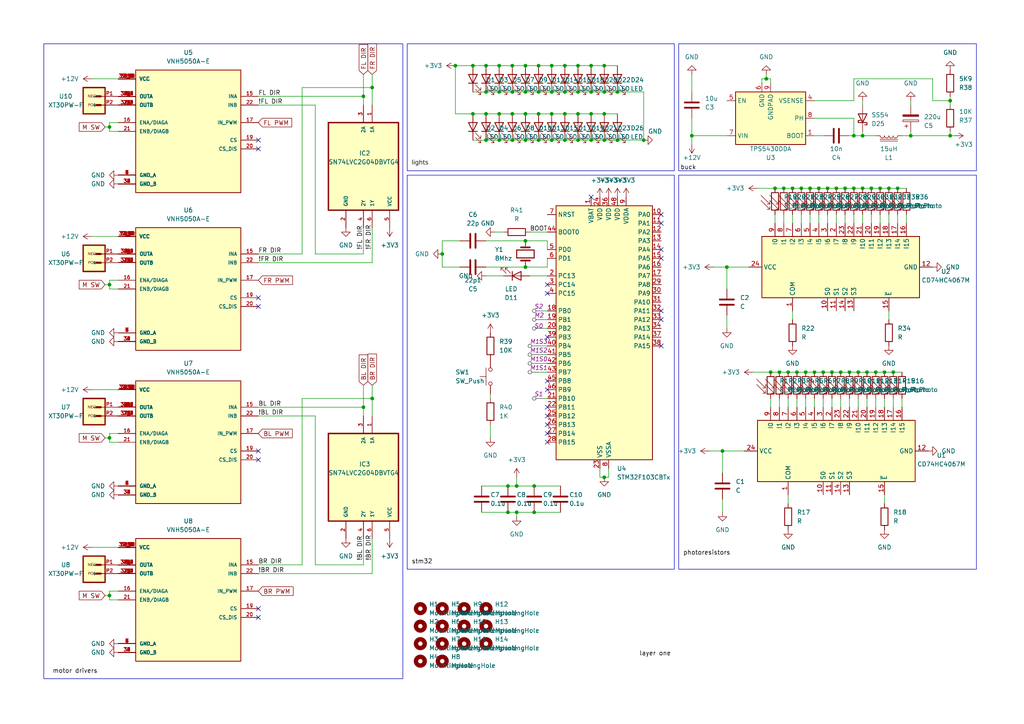
<source format=kicad_sch>
(kicad_sch (version 20230121) (generator eeschema)
  (paper "A4")
  (junction (at 260.35 54.61))
  (junction (at 252.73 54.61))
  (junction (at 227.33 54.61))
  (junction (at 226.06 107.95))
  (junction (at 148.59 33.02))
  (junction (at 179.07 26.67))
  (junction (at 156.21 19.05))
  (junction (at 156.21 33.02))
  (junction (at 152.4 26.67))
  (junction (at 160.02 33.02))
  (junction (at 163.83 40.64))
  (junction (at 105.41 118.11))
  (junction (at 175.26 40.64))
  (junction (at 154.94 148.59))
  (junction (at 246.38 107.95))
  (junction (at 152.4 40.64))
  (junction (at 160.02 40.64))
  (junction (at 137.16 33.02))
  (junction (at 171.45 40.64))
  (junction (at 31.75 82.55))
  (junction (at 167.64 19.05))
  (junction (at 251.46 107.95))
  (junction (at 144.78 26.67))
  (junction (at 200.66 39.37))
  (junction (at 140.97 26.67))
  (junction (at 149.86 140.97))
  (junction (at 156.21 26.67))
  (junction (at 167.64 40.64))
  (junction (at 242.57 54.61))
  (junction (at 144.78 19.05))
  (junction (at 175.26 138.43))
  (junction (at 152.4 19.05))
  (junction (at 248.92 107.95))
  (junction (at 160.02 19.05))
  (junction (at 240.03 54.61))
  (junction (at 254 107.95))
  (junction (at 148.59 26.67))
  (junction (at 231.14 107.95))
  (junction (at 31.75 172.72))
  (junction (at 163.83 26.67))
  (junction (at 163.83 33.02))
  (junction (at 167.64 33.02))
  (junction (at 179.07 40.64))
  (junction (at 247.65 39.37))
  (junction (at 167.64 26.67))
  (junction (at 228.6 107.95))
  (junction (at 132.08 19.05))
  (junction (at 140.97 40.64))
  (junction (at 241.3 107.95))
  (junction (at 256.54 107.95))
  (junction (at 236.22 107.95))
  (junction (at 147.32 148.59))
  (junction (at 186.69 40.64))
  (junction (at 171.45 33.02))
  (junction (at 152.4 33.02))
  (junction (at 149.86 148.59))
  (junction (at 247.65 54.61))
  (junction (at 144.78 33.02))
  (junction (at 264.16 39.37))
  (junction (at 245.11 54.61))
  (junction (at 171.45 19.05))
  (junction (at 175.26 19.05))
  (junction (at 275.59 29.21))
  (junction (at 175.26 26.67))
  (junction (at 128.27 73.66))
  (junction (at 31.75 127))
  (junction (at 275.59 39.37))
  (junction (at 175.26 33.02))
  (junction (at 210.82 77.47))
  (junction (at 171.45 26.67))
  (junction (at 140.97 19.05))
  (junction (at 232.41 54.61))
  (junction (at 233.68 107.95))
  (junction (at 255.27 54.61))
  (junction (at 257.81 54.61))
  (junction (at 156.21 40.64))
  (junction (at 163.83 19.05))
  (junction (at 140.97 33.02))
  (junction (at 105.41 27.94))
  (junction (at 31.75 36.83))
  (junction (at 222.25 22.86))
  (junction (at 107.95 25.4))
  (junction (at 259.08 107.95))
  (junction (at 154.94 140.97))
  (junction (at 250.19 39.37))
  (junction (at 223.52 107.95))
  (junction (at 160.02 26.67))
  (junction (at 144.78 40.64))
  (junction (at 250.19 54.61))
  (junction (at 238.76 107.95))
  (junction (at 148.59 19.05))
  (junction (at 229.87 54.61))
  (junction (at 107.95 115.57))
  (junction (at 152.4 77.47))
  (junction (at 243.84 107.95))
  (junction (at 148.59 40.64))
  (junction (at 224.79 54.61))
  (junction (at 147.32 140.97))
  (junction (at 234.95 54.61))
  (junction (at 237.49 54.61))
  (junction (at 137.16 19.05))
  (junction (at 152.4 69.85))
  (junction (at 209.55 130.81))
  (no_connect (at 158.75 97.79))
  (no_connect (at 171.45 57.15))
  (no_connect (at 158.75 123.19))
  (no_connect (at 74.93 179.07))
  (no_connect (at 158.75 113.03))
  (no_connect (at 158.75 110.49))
  (no_connect (at 158.75 128.27))
  (no_connect (at 191.77 90.17))
  (no_connect (at 191.77 92.71))
  (no_connect (at 158.75 85.09))
  (no_connect (at 158.75 82.55))
  (no_connect (at 74.93 86.36))
  (no_connect (at 74.93 130.81))
  (no_connect (at 74.93 176.53))
  (no_connect (at 191.77 64.77))
  (no_connect (at 191.77 74.93))
  (no_connect (at 74.93 43.18))
  (no_connect (at 158.75 118.11))
  (no_connect (at 158.75 125.73))
  (no_connect (at 74.93 40.64))
  (no_connect (at 74.93 133.35))
  (no_connect (at 191.77 72.39))
  (no_connect (at 191.77 100.33))
  (no_connect (at 191.77 62.23))
  (no_connect (at 74.93 88.9))
  (no_connect (at 158.75 120.65))
  (wire (pts (xy 171.45 33.02) (xy 175.26 33.02)))
  (wire (pts (xy 156.21 100.33) (xy 158.75 100.33)))
  (wire (pts (xy 144.78 26.67) (xy 148.59 26.67)))
  (wire (pts (xy 144.78 33.02) (xy 148.59 33.02)))
  (wire (pts (xy 143.51 67.31) (xy 146.05 67.31)))
  (wire (pts (xy 140.97 40.64) (xy 144.78 40.64)))
  (wire (pts (xy 31.75 38.1) (xy 31.75 36.83)))
  (wire (pts (xy 270.51 29.21) (xy 275.59 29.21)))
  (wire (pts (xy 152.4 77.47) (xy 158.75 77.47)))
  (wire (pts (xy 137.16 40.64) (xy 140.97 40.64)))
  (wire (pts (xy 207.01 77.47) (xy 210.82 77.47)))
  (wire (pts (xy 275.59 29.21) (xy 275.59 27.94)))
  (wire (pts (xy 232.41 54.61) (xy 234.95 54.61)))
  (wire (pts (xy 26.67 158.75) (xy 34.29 158.75)))
  (wire (pts (xy 223.52 24.13) (xy 223.52 22.86)))
  (wire (pts (xy 256.54 115.57) (xy 256.54 118.11)))
  (wire (pts (xy 148.59 26.67) (xy 152.4 26.67)))
  (wire (pts (xy 105.41 111.76) (xy 105.41 118.11)))
  (wire (pts (xy 163.83 26.67) (xy 167.64 26.67)))
  (wire (pts (xy 31.75 83.82) (xy 31.75 82.55)))
  (wire (pts (xy 149.86 140.97) (xy 154.94 140.97)))
  (wire (pts (xy 154.94 148.59) (xy 162.56 148.59)))
  (wire (pts (xy 34.29 173.99) (xy 31.75 173.99)))
  (wire (pts (xy 247.65 29.21) (xy 247.65 22.86)))
  (wire (pts (xy 248.92 115.57) (xy 248.92 118.11)))
  (wire (pts (xy 233.68 107.95) (xy 236.22 107.95)))
  (wire (pts (xy 251.46 107.95) (xy 254 107.95)))
  (wire (pts (xy 257.81 62.23) (xy 257.81 64.77)))
  (wire (pts (xy 236.22 29.21) (xy 247.65 29.21)))
  (wire (pts (xy 87.63 73.66) (xy 74.93 73.66)))
  (wire (pts (xy 31.75 81.28) (xy 31.75 82.55)))
  (wire (pts (xy 200.66 39.37) (xy 200.66 34.29)))
  (wire (pts (xy 245.11 62.23) (xy 245.11 64.77)))
  (wire (pts (xy 137.16 33.02) (xy 140.97 33.02)))
  (wire (pts (xy 105.41 21.59) (xy 105.41 27.94)))
  (wire (pts (xy 152.4 33.02) (xy 156.21 33.02)))
  (wire (pts (xy 163.83 40.64) (xy 167.64 40.64)))
  (wire (pts (xy 158.75 69.85) (xy 152.4 69.85)))
  (wire (pts (xy 220.98 22.86) (xy 222.25 22.86)))
  (wire (pts (xy 152.4 19.05) (xy 156.21 19.05)))
  (wire (pts (xy 160.02 40.64) (xy 163.83 40.64)))
  (wire (pts (xy 256.54 143.51) (xy 256.54 146.05)))
  (wire (pts (xy 142.24 114.3) (xy 142.24 115.57)))
  (wire (pts (xy 247.65 62.23) (xy 247.65 64.77)))
  (wire (pts (xy 200.66 21.59) (xy 200.66 26.67)))
  (wire (pts (xy 132.08 33.02) (xy 137.16 33.02)))
  (wire (pts (xy 245.11 54.61) (xy 247.65 54.61)))
  (wire (pts (xy 234.95 54.61) (xy 237.49 54.61)))
  (wire (pts (xy 240.03 62.23) (xy 240.03 64.77)))
  (wire (pts (xy 107.95 21.59) (xy 107.95 25.4)))
  (wire (pts (xy 107.95 115.57) (xy 107.95 120.65)))
  (wire (pts (xy 275.59 30.48) (xy 275.59 29.21)))
  (wire (pts (xy 142.24 123.19) (xy 142.24 127)))
  (wire (pts (xy 210.82 91.44) (xy 210.82 95.25)))
  (wire (pts (xy 171.45 40.64) (xy 175.26 40.64)))
  (wire (pts (xy 250.19 54.61) (xy 252.73 54.61)))
  (wire (pts (xy 132.08 19.05) (xy 132.08 33.02)))
  (wire (pts (xy 254 115.57) (xy 254 118.11)))
  (wire (pts (xy 255.27 62.23) (xy 255.27 64.77)))
  (wire (pts (xy 255.27 54.61) (xy 257.81 54.61)))
  (wire (pts (xy 160.02 19.05) (xy 163.83 19.05)))
  (wire (pts (xy 167.64 26.67) (xy 171.45 26.67)))
  (wire (pts (xy 133.35 69.85) (xy 128.27 69.85)))
  (wire (pts (xy 242.57 54.61) (xy 245.11 54.61)))
  (wire (pts (xy 224.79 62.23) (xy 224.79 64.77)))
  (wire (pts (xy 171.45 19.05) (xy 175.26 19.05)))
  (wire (pts (xy 248.92 107.95) (xy 251.46 107.95)))
  (wire (pts (xy 236.22 107.95) (xy 238.76 107.95)))
  (wire (pts (xy 226.06 107.95) (xy 228.6 107.95)))
  (wire (pts (xy 148.59 19.05) (xy 152.4 19.05)))
  (wire (pts (xy 209.55 130.81) (xy 209.55 137.16)))
  (wire (pts (xy 179.07 26.67) (xy 186.69 26.67)))
  (wire (pts (xy 171.45 26.67) (xy 175.26 26.67)))
  (wire (pts (xy 175.26 19.05) (xy 179.07 19.05)))
  (wire (pts (xy 238.76 107.95) (xy 241.3 107.95)))
  (wire (pts (xy 261.62 39.37) (xy 264.16 39.37)))
  (wire (pts (xy 232.41 62.23) (xy 232.41 64.77)))
  (wire (pts (xy 229.87 62.23) (xy 229.87 64.77)))
  (wire (pts (xy 34.29 83.82) (xy 31.75 83.82)))
  (wire (pts (xy 228.6 115.57) (xy 228.6 118.11)))
  (wire (pts (xy 209.55 130.81) (xy 215.9 130.81)))
  (wire (pts (xy 105.41 27.94) (xy 105.41 30.48)))
  (wire (pts (xy 200.66 39.37) (xy 200.66 41.91)))
  (wire (pts (xy 148.59 40.64) (xy 152.4 40.64)))
  (wire (pts (xy 140.97 33.02) (xy 144.78 33.02)))
  (wire (pts (xy 167.64 40.64) (xy 171.45 40.64)))
  (wire (pts (xy 34.29 38.1) (xy 31.75 38.1)))
  (wire (pts (xy 200.66 39.37) (xy 210.82 39.37)))
  (wire (pts (xy 87.63 163.83) (xy 74.93 163.83)))
  (wire (pts (xy 128.27 77.47) (xy 133.35 77.47)))
  (wire (pts (xy 250.19 39.37) (xy 250.19 38.1)))
  (wire (pts (xy 241.3 115.57) (xy 241.3 118.11)))
  (wire (pts (xy 139.7 148.59) (xy 147.32 148.59)))
  (wire (pts (xy 87.63 115.57) (xy 87.63 163.83)))
  (wire (pts (xy 156.21 26.67) (xy 160.02 26.67)))
  (wire (pts (xy 160.02 26.67) (xy 163.83 26.67)))
  (wire (pts (xy 238.76 115.57) (xy 238.76 118.11)))
  (wire (pts (xy 31.75 171.45) (xy 31.75 172.72)))
  (wire (pts (xy 270.51 22.86) (xy 270.51 29.21)))
  (wire (pts (xy 167.64 33.02) (xy 171.45 33.02)))
  (wire (pts (xy 107.95 25.4) (xy 107.95 30.48)))
  (wire (pts (xy 210.82 77.47) (xy 210.82 83.82)))
  (wire (pts (xy 247.65 22.86) (xy 270.51 22.86)))
  (wire (pts (xy 31.75 172.72) (xy 30.48 172.72)))
  (wire (pts (xy 74.93 30.48) (xy 91.44 30.48)))
  (wire (pts (xy 264.16 30.48) (xy 264.16 29.21)))
  (wire (pts (xy 209.55 144.78) (xy 209.55 148.59)))
  (wire (pts (xy 31.75 35.56) (xy 31.75 36.83)))
  (wire (pts (xy 219.71 54.61) (xy 224.79 54.61)))
  (wire (pts (xy 163.83 33.02) (xy 167.64 33.02)))
  (wire (pts (xy 275.59 38.1) (xy 275.59 39.37)))
  (wire (pts (xy 128.27 69.85) (xy 128.27 73.66)))
  (wire (pts (xy 205.74 130.81) (xy 209.55 130.81)))
  (wire (pts (xy 229.87 54.61) (xy 232.41 54.61)))
  (wire (pts (xy 34.29 35.56) (xy 31.75 35.56)))
  (wire (pts (xy 31.75 125.73) (xy 31.75 127)))
  (wire (pts (xy 105.41 118.11) (xy 105.41 120.65)))
  (wire (pts (xy 87.63 25.4) (xy 87.63 73.66)))
  (wire (pts (xy 252.73 54.61) (xy 255.27 54.61)))
  (wire (pts (xy 158.75 77.47) (xy 158.75 74.93)))
  (wire (pts (xy 179.07 40.64) (xy 186.69 40.64)))
  (wire (pts (xy 31.75 128.27) (xy 31.75 127)))
  (wire (pts (xy 236.22 34.29) (xy 247.65 34.29)))
  (wire (pts (xy 147.32 140.97) (xy 139.7 140.97)))
  (wire (pts (xy 254 107.95) (xy 256.54 107.95)))
  (wire (pts (xy 137.16 19.05) (xy 140.97 19.05)))
  (wire (pts (xy 156.21 105.41) (xy 158.75 105.41)))
  (wire (pts (xy 223.52 115.57) (xy 223.52 118.11)))
  (wire (pts (xy 250.19 39.37) (xy 254 39.37)))
  (wire (pts (xy 229.87 90.17) (xy 229.87 92.71)))
  (wire (pts (xy 175.26 26.67) (xy 179.07 26.67)))
  (wire (pts (xy 259.08 115.57) (xy 259.08 118.11)))
  (wire (pts (xy 128.27 73.66) (xy 128.27 77.47)))
  (wire (pts (xy 91.44 120.65) (xy 91.44 163.83)))
  (wire (pts (xy 158.75 72.39) (xy 158.75 69.85)))
  (wire (pts (xy 236.22 115.57) (xy 236.22 118.11)))
  (wire (pts (xy 175.26 33.02) (xy 179.07 33.02)))
  (wire (pts (xy 246.38 39.37) (xy 247.65 39.37)))
  (wire (pts (xy 222.25 21.59) (xy 222.25 22.86)))
  (wire (pts (xy 264.16 39.37) (xy 264.16 38.1)))
  (wire (pts (xy 246.38 115.57) (xy 246.38 118.11)))
  (wire (pts (xy 34.29 125.73) (xy 31.75 125.73)))
  (wire (pts (xy 237.49 54.61) (xy 240.03 54.61)))
  (wire (pts (xy 91.44 30.48) (xy 91.44 73.66)))
  (wire (pts (xy 243.84 115.57) (xy 243.84 118.11)))
  (wire (pts (xy 218.44 107.95) (xy 223.52 107.95)))
  (wire (pts (xy 31.75 173.99) (xy 31.75 172.72)))
  (wire (pts (xy 237.49 62.23) (xy 237.49 64.77)))
  (wire (pts (xy 233.68 115.57) (xy 233.68 118.11)))
  (wire (pts (xy 257.81 90.17) (xy 257.81 92.71)))
  (wire (pts (xy 140.97 77.47) (xy 152.4 77.47)))
  (wire (pts (xy 107.95 115.57) (xy 87.63 115.57)))
  (wire (pts (xy 34.29 81.28) (xy 31.75 81.28)))
  (wire (pts (xy 152.4 40.64) (xy 156.21 40.64)))
  (wire (pts (xy 26.67 113.03) (xy 34.29 113.03)))
  (wire (pts (xy 247.65 54.61) (xy 250.19 54.61)))
  (wire (pts (xy 259.08 107.95) (xy 261.62 107.95)))
  (wire (pts (xy 31.75 82.55) (xy 30.48 82.55)))
  (wire (pts (xy 144.78 40.64) (xy 148.59 40.64)))
  (wire (pts (xy 186.69 26.67) (xy 186.69 40.64)))
  (wire (pts (xy 260.35 54.61) (xy 262.89 54.61)))
  (wire (pts (xy 105.41 163.83) (xy 105.41 156.21)))
  (wire (pts (xy 157.48 95.25) (xy 158.75 95.25)))
  (wire (pts (xy 30.48 36.83) (xy 31.75 36.83)))
  (wire (pts (xy 247.65 39.37) (xy 250.19 39.37)))
  (wire (pts (xy 149.86 148.59) (xy 154.94 148.59)))
  (wire (pts (xy 160.02 33.02) (xy 163.83 33.02)))
  (wire (pts (xy 107.95 66.04) (xy 107.95 76.2)))
  (wire (pts (xy 223.52 107.95) (xy 226.06 107.95)))
  (wire (pts (xy 156.21 33.02) (xy 160.02 33.02)))
  (wire (pts (xy 74.93 27.94) (xy 105.41 27.94)))
  (wire (pts (xy 91.44 73.66) (xy 105.41 73.66)))
  (wire (pts (xy 30.48 127) (xy 31.75 127)))
  (wire (pts (xy 149.86 140.97) (xy 147.32 140.97)))
  (wire (pts (xy 153.67 80.01) (xy 158.75 80.01)))
  (wire (pts (xy 256.54 107.95) (xy 259.08 107.95)))
  (wire (pts (xy 251.46 115.57) (xy 251.46 118.11)))
  (wire (pts (xy 241.3 107.95) (xy 243.84 107.95)))
  (wire (pts (xy 107.95 166.37) (xy 74.93 166.37)))
  (wire (pts (xy 153.67 67.31) (xy 158.75 67.31)))
  (wire (pts (xy 176.53 138.43) (xy 175.26 138.43)))
  (wire (pts (xy 242.57 62.23) (xy 242.57 64.77)))
  (wire (pts (xy 157.48 115.57) (xy 158.75 115.57)))
  (wire (pts (xy 148.59 33.02) (xy 152.4 33.02)))
  (wire (pts (xy 264.16 39.37) (xy 275.59 39.37)))
  (wire (pts (xy 236.22 39.37) (xy 238.76 39.37)))
  (wire (pts (xy 226.06 115.57) (xy 226.06 118.11)))
  (wire (pts (xy 137.16 26.67) (xy 140.97 26.67)))
  (wire (pts (xy 107.95 111.76) (xy 107.95 115.57)))
  (wire (pts (xy 175.26 40.64) (xy 179.07 40.64)))
  (wire (pts (xy 152.4 26.67) (xy 156.21 26.67)))
  (wire (pts (xy 107.95 76.2) (xy 74.93 76.2)))
  (wire (pts (xy 231.14 115.57) (xy 231.14 118.11)))
  (wire (pts (xy 144.78 19.05) (xy 148.59 19.05)))
  (wire (pts (xy 34.29 128.27) (xy 31.75 128.27)))
  (wire (pts (xy 74.93 118.11) (xy 105.41 118.11)))
  (wire (pts (xy 243.84 107.95) (xy 246.38 107.95)))
  (wire (pts (xy 173.99 138.43) (xy 175.26 138.43)))
  (wire (pts (xy 227.33 54.61) (xy 229.87 54.61)))
  (wire (pts (xy 275.59 39.37) (xy 276.86 39.37)))
  (wire (pts (xy 210.82 77.47) (xy 217.17 77.47)))
  (wire (pts (xy 257.81 54.61) (xy 260.35 54.61)))
  (wire (pts (xy 246.38 107.95) (xy 248.92 107.95)))
  (wire (pts (xy 261.62 115.57) (xy 261.62 118.11)))
  (wire (pts (xy 167.64 19.05) (xy 171.45 19.05)))
  (wire (pts (xy 176.53 135.89) (xy 176.53 138.43)))
  (wire (pts (xy 228.6 143.51) (xy 228.6 146.05)))
  (wire (pts (xy 26.67 68.58) (xy 34.29 68.58)))
  (wire (pts (xy 163.83 19.05) (xy 167.64 19.05)))
  (wire (pts (xy 231.14 107.95) (xy 233.68 107.95)))
  (wire (pts (xy 157.48 92.71) (xy 158.75 92.71)))
  (wire (pts (xy 157.48 90.17) (xy 158.75 90.17)))
  (wire (pts (xy 262.89 62.23) (xy 262.89 64.77)))
  (wire (pts (xy 74.93 120.65) (xy 91.44 120.65)))
  (wire (pts (xy 220.98 24.13) (xy 220.98 22.86)))
  (wire (pts (xy 260.35 62.23) (xy 260.35 64.77)))
  (wire (pts (xy 140.97 19.05) (xy 144.78 19.05)))
  (wire (pts (xy 91.44 163.83) (xy 105.41 163.83)))
  (wire (pts (xy 228.6 107.95) (xy 231.14 107.95)))
  (wire (pts (xy 173.99 135.89) (xy 173.99 138.43)))
  (wire (pts (xy 107.95 25.4) (xy 87.63 25.4)))
  (wire (pts (xy 156.21 102.87) (xy 158.75 102.87)))
  (wire (pts (xy 227.33 62.23) (xy 227.33 64.77)))
  (wire (pts (xy 152.4 69.85) (xy 140.97 69.85)))
  (wire (pts (xy 252.73 62.23) (xy 252.73 64.77)))
  (wire (pts (xy 156.21 40.64) (xy 160.02 40.64)))
  (wire (pts (xy 247.65 34.29) (xy 247.65 39.37)))
  (wire (pts (xy 107.95 156.21) (xy 107.95 166.37)))
  (wire (pts (xy 34.29 171.45) (xy 31.75 171.45)))
  (wire (pts (xy 154.94 140.97) (xy 162.56 140.97)))
  (wire (pts (xy 105.41 73.66) (xy 105.41 66.04)))
  (wire (pts (xy 224.79 54.61) (xy 227.33 54.61)))
  (wire (pts (xy 234.95 62.23) (xy 234.95 64.77)))
  (wire (pts (xy 140.97 26.67) (xy 144.78 26.67)))
  (wire (pts (xy 149.86 148.59) (xy 149.86 149.86)))
  (wire (pts (xy 156.21 107.95) (xy 158.75 107.95)))
  (wire (pts (xy 240.03 54.61) (xy 242.57 54.61)))
  (wire (pts (xy 149.86 138.43) (xy 149.86 140.97)))
  (wire (pts (xy 156.21 19.05) (xy 160.02 19.05)))
  (wire (pts (xy 250.19 30.48) (xy 250.19 29.21)))
  (wire (pts (xy 140.97 80.01) (xy 146.05 80.01)))
  (wire (pts (xy 250.19 62.23) (xy 250.19 64.77)))
  (wire (pts (xy 223.52 22.86) (xy 222.25 22.86)))
  (wire (pts (xy 132.08 19.05) (xy 137.16 19.05)))
  (wire (pts (xy 26.67 22.86) (xy 34.29 22.86)))
  (wire (pts (xy 147.32 148.59) (xy 149.86 148.59)))
  (rectangle (start 12.7 12.7) (end 116.84 196.85))
  (rectangle (start 118.11 12.7) (end 195.58 49.53))
  (rectangle (start 196.85 12.7) (end 283.21 49.53))
  (rectangle (start 196.85 50.8) (end 283.21 165.1))
  (rectangle (start 118.11 50.8) (end 195.58 165.1))
  (label "!BR DIR" (at 74.93 166.37 0))
  (label "!BL DIR" (at 105.41 162.56 90))
  (label "!FR DIR" (at 74.93 76.2 0))
  (label "BR DIR" (at 74.93 163.83 0))
  (label "BL DIR" (at 74.93 118.11 0))
  (label "lights" (at 119.38 48.26 0))
  (label "!FL DIR" (at 74.93 30.48 0))
  (label "!BL DIR" (at 74.93 120.65 0))
  (label "buck" (at 201.93 49.53 180))
  (label "photoresistors" (at 198.12 161.29 0))
  (label "layer one" (at 185.42 190.5 0))
  (label "!FL DIR" (at 105.41 72.39 90))
  (label "FR DIR" (at 74.93 73.66 0))
  (label "!FR DIR" (at 107.95 72.39 90))
  (label "!BR DIR" (at 107.95 162.56 90))
  (label "stm32" (at 119.38 163.83 0))
  (label "motor drivers" (at 15.24 195.58 0))
  (label "BOOT" (at 153.67 67.31 0))
  (label "FL DIR" (at 74.93 27.94 0))
  (global_label "FR PWM" (shape input) (at 74.93 81.28 0) (property "Intersheetrefs" "${INTERSHEET_REFS}" (effects hide)))
  (global_label "M SW" (shape input) (at 30.48 36.83 180) (property "Intersheetrefs" "${INTERSHEET_REFS}" (effects hide)))
  (global_label "BL PWM" (shape input) (at 74.93 125.73 0) (property "Intersheetrefs" "${INTERSHEET_REFS}" (effects hide)))
  (global_label "BR DIR" (shape input) (at 107.95 111.76 90) (property "Intersheetrefs" "${INTERSHEET_REFS}" (effects hide)))
  (global_label "FL DIR" (shape input) (at 105.41 21.59 90) (property "Intersheetrefs" "${INTERSHEET_REFS}" (effects hide)))
  (global_label "BL DIR" (shape input) (at 105.41 111.76 90) (property "Intersheetrefs" "${INTERSHEET_REFS}" (effects hide)))
  (global_label "FR DIR" (shape input) (at 107.95 21.59 90) (property "Intersheetrefs" "${INTERSHEET_REFS}" (effects hide)))
  (global_label "BR PWM" (shape input) (at 74.93 171.45 0) (property "Intersheetrefs" "${INTERSHEET_REFS}" (effects hide)))
  (global_label "FL PWM" (shape input) (at 74.93 35.56 0) (property "Intersheetrefs" "${INTERSHEET_REFS}" (effects hide)))
  (global_label "M SW" (shape input) (at 30.48 127 180) (property "Intersheetrefs" "${INTERSHEET_REFS}" (effects hide)))
  (global_label "M SW" (shape input) (at 30.48 172.72 180) (property "Intersheetrefs" "${INTERSHEET_REFS}" (effects hide)))
  (global_label "M SW" (shape input) (at 30.48 82.55 180) (property "Intersheetrefs" "${INTERSHEET_REFS}" (effects hide)))
  (netclass_flag "" (length 2.54) (shape round) (at 157.48 92.71 90) (property "Netclass" "M2" (at 154.94 91.44 0) (effects (font italic) (justify left))))
  (netclass_flag "" (length 2.54) (shape round) (at 157.48 115.57 90) (property "Netclass" "S1" (at 154.94 114.3 0) (effects (font italic) (justify left))))
  (netclass_flag "" (length 2.54) (shape round) (at 156.21 107.95 90) (property "Netclass" "M1" (at 153.67 106.68 0) (effects (font italic) (justify left))) (property "Netclass" "S1" (at 156.21 106.68 0) (effects (font italic) (justify left))))
  (netclass_flag "" (length 2.54) (shape round) (at 157.48 95.25 90) (property "Netclass" "S0" (at 154.94 94.5515 0) (effects (font italic) (justify left))))
  (netclass_flag "" (length 2.54) (shape round) (at 156.21 100.33 90) (property "Netclass" "M1" (at 153.67 99.06 0) (effects (font italic) (justify left))) (property "Netclass" "S3" (at 156.21 99.06 0) (effects (font italic) (justify left))))
  (netclass_flag "" (length 2.54) (shape round) (at 157.48 90.17 90) (property "Netclass" "S2" (at 154.94 88.9 0) (effects (font italic) (justify left))))
  (netclass_flag "" (length 2.54) (shape round) (at 156.21 105.41 90) (property "Netclass" "M1" (at 153.67 104.14 0) (effects (font italic) (justify left))) (property "Netclass" "S0" (at 156.21 104.14 0) (effects (font italic) (justify left))))
  (netclass_flag "" (length 2.54) (shape round) (at 156.21 102.87 90) (property "Netclass" "M1" (at 153.67 101.6 0) (effects (font italic) (justify left))) (property "Netclass" "S2" (at 156.21 101.6 0) (effects (font italic) (justify left))))
  (symbol (lib_id "power:+3V3") (at 179.07 57.15 0) (unit 1)
    (property "Reference" "#PWR031" (effects hide))
    (property "Value" "+3V3" (at 179.07 52.301 0))
  )
  (symbol (lib_id "power:GND") (at 256.54 153.67 0) (unit 1)
    (property "Reference" "#PWR08" (effects hide))
    (property "Value" "GND" (at 256.54 158.75 0))
  )
  (symbol (lib_id "Device:R_Photo") (at 232.41 58.42 0) (unit 1)
    (property "Reference" "R23" (at 234.95 57.15 0) (effects (justify left)))
    (property "Value" "R_Photo" (at 234.95 59.69 0) (effects (justify left)))
  )
  (symbol (lib_id "power:GND") (at 142.24 127 0) (unit 1)
    (property "Reference" "#PWR024" (effects hide))
    (property "Value" "GND" (at 142.24 132.08 0))
  )
  (symbol (lib_id "Device:R_Photo") (at 259.08 111.76 0) (unit 1)
    (property "Reference" "R15" (at 261.62 110.49 0) (effects (justify left)))
    (property "Value" "R_Photo" (at 261.62 113.03 0) (effects (justify left)))
  )
  (symbol (lib_id "power:+12V") (at 200.66 41.91 0) (mirror x) (unit 1)
    (property "Reference" "#PWR015" (effects hide))
    (property "Value" "+12V" (at 200.66 45.72 0))
  )
  (symbol (lib_id "VNH5050A-E:VNH5050A-E") (at 54.61 128.27 0) (mirror y) (unit 1)
    (property "Reference" "U7" (at 54.61 105.41 0))
    (property "Value" "VNH5050A-E" (at 54.61 107.95 0))
    (property "Footprint" "SOP50P1030X247-39N" (effects hide))
    (property "E2_MAX" "0.0" (effects hide))
    (property "E1_MIN" "7.4" (effects hide))
    (property "B_NOM" "0.27" (effects hide))
    (property "D_MAX" "10.5" (effects hide))
    (property "E1_NOM" "7.5" (effects hide))
    (property "B_MAX" "0.36" (effects hide))
    (property "D2_MAX" "0.0" (effects hide))
    (property "ENOM" "0.5" (effects hide))
    (property "D_NOM" "10.3" (effects hide))
    (property "L_MAX" "1.0" (effects hide))
    (property "A_MAX" "2.47" (effects hide))
    (property "A_NOM" "2.47" (effects hide))
    (property "A_MIN" "2.47" (effects hide))
    (property "STANDARD" "IPC 7351B" (effects hide))
    (property "PARTREV" "1.0" (effects hide))
    (property "E_NOM" "10.3" (effects hide))
    (property "B_MIN" "0.18" (effects hide))
    (property "PIN_COUNT" "36.0" (effects hide))
    (property "L_NOM" "0.8" (effects hide))
    (property "MANUFACTURER" "ST Microelectronics" (effects hide))
    (property "A1_MIN" "0.0" (effects hide))
    (property "E1_MAX" "7.6" (effects hide))
    (property "E_MIN" "10.1" (effects hide))
    (property "D_MIN" "10.1" (effects hide))
    (property "L_MIN" "0.6" (effects hide))
    (property "E_MAX" "10.5" (effects hide))
  )
  (symbol (lib_id "Device:LED") (at 163.83 36.83 90) (unit 1)
    (property "Reference" "D17" (at 167.64 37.1475 90) (effects (justify right)))
    (property "Value" "LED" (at 167.64 39.6875 90) (effects (justify right)))
  )
  (symbol (lib_id "Mechanical:MountingHole") (at 121.92 191.77 0) (unit 1)
    (property "Reference" "H4" (at 124.46 190.5 0) (effects (justify left)))
    (property "Value" "MountingHole" (at 124.46 193.04 0) (effects (justify left)))
  )
  (symbol (lib_id "VNH5050A-E:VNH5050A-E") (at 54.61 173.99 0) (mirror y) (unit 1)
    (property "Reference" "U8" (at 54.61 151.13 0))
    (property "Value" "VNH5050A-E" (at 54.61 153.67 0))
    (property "Footprint" "SOP50P1030X247-39N" (effects hide))
    (property "E2_MAX" "0.0" (effects hide))
    (property "E1_MIN" "7.4" (effects hide))
    (property "B_NOM" "0.27" (effects hide))
    (property "D_MAX" "10.5" (effects hide))
    (property "E1_NOM" "7.5" (effects hide))
    (property "B_MAX" "0.36" (effects hide))
    (property "D2_MAX" "0.0" (effects hide))
    (property "ENOM" "0.5" (effects hide))
    (property "D_NOM" "10.3" (effects hide))
    (property "L_MAX" "1.0" (effects hide))
    (property "A_MAX" "2.47" (effects hide))
    (property "A_NOM" "2.47" (effects hide))
    (property "A_MIN" "2.47" (effects hide))
    (property "STANDARD" "IPC 7351B" (effects hide))
    (property "PARTREV" "1.0" (effects hide))
    (property "E_NOM" "10.3" (effects hide))
    (property "B_MIN" "0.18" (effects hide))
    (property "PIN_COUNT" "36.0" (effects hide))
    (property "L_NOM" "0.8" (effects hide))
    (property "MANUFACTURER" "ST Microelectronics" (effects hide))
    (property "A1_MIN" "0.0" (effects hide))
    (property "E1_MAX" "7.6" (effects hide))
    (property "E_MIN" "10.1" (effects hide))
    (property "D_MIN" "10.1" (effects hide))
    (property "L_MIN" "0.6" (effects hide))
    (property "E_MAX" "10.5" (effects hide))
  )
  (symbol (lib_id "power:GND") (at 34.29 186.69 270) (mirror x) (unit 1)
    (property "Reference" "#PWR046" (effects hide))
    (property "Value" "GND" (at 30.48 186.69 90) (effects (justify right)))
  )
  (symbol (lib_id "power:GND") (at 34.29 143.51 270) (mirror x) (unit 1)
    (property "Reference" "#PWR045" (effects hide))
    (property "Value" "GND" (at 30.48 143.51 90) (effects (justify right)))
  )
  (symbol (lib_id "Device:R_Photo") (at 237.49 58.42 0) (unit 1)
    (property "Reference" "R25" (at 240.03 57.15 0) (effects (justify left)))
    (property "Value" "R_Photo" (at 240.03 59.69 0) (effects (justify left)))
  )
  (symbol (lib_id "MCU_ST_STM32F1:STM32F103CBTx") (at 173.99 97.79 0) (unit 1)
    (property "Reference" "U4" (at 178.9229 135.89 0) (effects (justify left)))
    (property "Value" "STM32F103CBTx" (at 178.9229 138.43 0) (effects (justify left)))
    (property "Footprint" "Package_QFP:LQFP-48_7x7mm_P0.5mm" (effects hide))
    (property "Datasheet" "https://www.st.com/resource/en/datasheet/stm32f103cb.pdf" (effects hide))
  )
  (symbol (lib_id "Device:R_Photo") (at 234.95 58.42 0) (unit 1)
    (property "Reference" "R24" (at 237.49 57.15 0) (effects (justify left)))
    (property "Value" "R_Photo" (at 237.49 59.69 0) (effects (justify left)))
  )
  (symbol (lib_id "power:GND") (at 210.82 95.25 0) (unit 1)
    (property "Reference" "#PWR010" (effects hide))
    (property "Value" "GND" (at 210.82 100.33 0))
  )
  (symbol (lib_id "Mechanical:MountingHole") (at 121.92 186.69 0) (unit 1)
    (property "Reference" "H3" (at 124.46 185.42 0) (effects (justify left)))
    (property "Value" "MountingHole" (at 124.46 187.96 0) (effects (justify left)))
  )
  (symbol (lib_id "Device:C_Polarized") (at 264.16 34.29 0) (mirror x) (unit 1)
    (property "Reference" "C5" (at 267.97 36.449 0) (effects (justify left)))
    (property "Value" "220u" (at 267.97 33.909 0) (effects (justify left)))
    (property "Footprint" "footprints:EIA-7343-D" (effects hide))
  )
  (symbol (lib_id "power:GND") (at 128.27 73.66 270) (unit 1)
    (property "Reference" "#PWR02" (effects hide))
    (property "Value" "GND" (at 124.46 73.66 90) (effects (justify right)))
  )
  (symbol (lib_id "Device:R_Photo") (at 233.68 111.76 0) (unit 1)
    (property "Reference" "R5" (at 236.22 110.49 0) (effects (justify left)))
    (property "Value" "R_Photo" (at 236.22 113.03 0) (effects (justify left)))
  )
  (symbol (lib_id "Device:LED") (at 149.86 80.01 0) (mirror x) (unit 1)
    (property "Reference" "D11" (at 148.2725 86.36 0))
    (property "Value" "LED" (at 148.2725 83.82 0))
  )
  (symbol (lib_id "power:GND") (at 175.26 138.43 0) (unit 1)
    (property "Reference" "#PWR029" (effects hide))
    (property "Value" "GND" (at 175.26 143.51 0))
  )
  (symbol (lib_id "Device:C") (at 137.16 77.47 90) (unit 1)
    (property "Reference" "22p1" (at 137.16 81.28 90))
    (property "Value" "C5" (at 137.16 83.82 90))
  )
  (symbol (lib_id "Device:R_Photo") (at 228.6 111.76 0) (unit 1)
    (property "Reference" "R3" (at 231.14 110.49 0) (effects (justify left)))
    (property "Value" "R_Photo" (at 231.14 113.03 0) (effects (justify left)))
  )
  (symbol (lib_id "Device:R_Photo") (at 250.19 58.42 0) (unit 1)
    (property "Reference" "R30" (at 252.73 57.15 0) (effects (justify left)))
    (property "Value" "R_Photo" (at 252.73 59.69 0) (effects (justify left)))
  )
  (symbol (lib_id "XT30PW-F:XT30PW-F") (at 26.67 76.2 0) (unit 1)
    (property "Reference" "U6" (at 19.05 73.66 0))
    (property "Value" "XT30PW-F" (at 19.05 76.2 0))
    (property "Footprint" "XT30PW-F" (effects hide))
  )
  (symbol (lib_id "Device:R_Photo") (at 242.57 58.42 0) (unit 1)
    (property "Reference" "R27" (at 245.11 57.15 0) (effects (justify left)))
    (property "Value" "R_Photo" (at 245.11 59.69 0) (effects (justify left)))
  )
  (symbol (lib_id "74xx:CD74HC4067M") (at 242.57 77.47 90) (unit 1)
    (property "Reference" "U2" (at 274.32 78.74 90))
    (property "Value" "CD74HC4067M" (at 274.32 81.28 90))
    (property "Footprint" "Package_SO:SOIC-24W_7.5x15.4mm_P1.27mm" (effects hide))
    (property "Datasheet" "http://www.ti.com/lit/ds/symlink/cd74hc4067.pdf" (effects hide))
  )
  (symbol (lib_id "power:GND") (at 275.59 20.32 0) (mirror x) (unit 1)
    (property "Reference" "#PWR020" (effects hide))
    (property "Value" "GND" (at 275.59 15.24 0))
  )
  (symbol (lib_id "Device:R_Photo") (at 252.73 58.42 0) (unit 1)
    (property "Reference" "R31" (at 255.27 57.15 0) (effects (justify left)))
    (property "Value" "R_Photo" (at 255.27 59.69 0) (effects (justify left)))
  )
  (symbol (lib_id "power:GND") (at 229.87 100.33 0) (unit 1)
    (property "Reference" "#PWR012" (effects hide))
    (property "Value" "GND" (at 229.87 105.41 0))
  )
  (symbol (lib_id "Device:LED") (at 144.78 36.83 90) (unit 1)
    (property "Reference" "D6" (at 148.59 37.1475 90) (effects (justify right)))
    (property "Value" "LED" (at 148.59 39.6875 90) (effects (justify right)))
  )
  (symbol (lib_id "power:GND") (at 140.97 80.01 270) (unit 1)
    (property "Reference" "#PWR022" (effects hide))
    (property "Value" "GND" (at 137.16 80.01 90) (effects (justify right)))
  )
  (symbol (lib_id "power:GND") (at 222.25 21.59 0) (mirror x) (unit 1)
    (property "Reference" "#PWR017" (effects hide))
    (property "Value" "GND" (at 222.25 16.51 0))
  )
  (symbol (lib_id "Device:R_Photo") (at 251.46 111.76 0) (unit 1)
    (property "Reference" "R12" (at 254 110.49 0) (effects (justify left)))
    (property "Value" "R_Photo" (at 254 113.03 0) (effects (justify left)))
  )
  (symbol (lib_id "power:GND") (at 228.6 153.67 0) (unit 1)
    (property "Reference" "#PWR07" (effects hide))
    (property "Value" "GND" (at 228.6 158.75 0))
  )
  (symbol (lib_id "Device:R") (at 149.86 67.31 90) (unit 1)
    (property "Reference" "R41" (at 149.86 60.96 90))
    (property "Value" "R" (at 149.86 63.5 90))
  )
  (symbol (lib_id "power:GND") (at 186.69 40.64 90) (unit 1)
    (property "Reference" "#PWR033" (effects hide))
    (property "Value" "GND" (at 187.96 38.1 90) (effects (justify right)))
  )
  (symbol (lib_id "Device:R_Photo") (at 246.38 111.76 0) (unit 1)
    (property "Reference" "R10" (at 248.92 110.49 0) (effects (justify left)))
    (property "Value" "R_Photo" (at 248.92 113.03 0) (effects (justify left)))
  )
  (symbol (lib_id "power:+3V3") (at 181.61 57.15 0) (unit 1)
    (property "Reference" "#PWR032" (effects hide))
    (property "Value" "+3V3" (at 181.61 52.301 0))
  )
  (symbol (lib_id "Device:LED") (at 175.26 22.86 90) (unit 1)
    (property "Reference" "D22" (at 179.07 23.1775 90) (effects (justify right)))
    (property "Value" "LED" (at 179.07 25.7175 90) (effects (justify right)))
  )
  (symbol (lib_id "power:+3V3") (at 205.74 130.81 90) (unit 1)
    (property "Reference" "#PWR05" (effects hide))
    (property "Value" "+3V3" (at 201.93 130.81 90) (effects (justify left)))
  )
  (symbol (lib_id "Device:R_Photo") (at 243.84 111.76 0) (unit 1)
    (property "Reference" "R9" (at 246.38 110.49 0) (effects (justify left)))
    (property "Value" "R_Photo" (at 246.38 113.03 0) (effects (justify left)))
  )
  (symbol (lib_id "Device:LED") (at 171.45 22.86 90) (unit 1)
    (property "Reference" "D20" (at 175.26 23.1775 90) (effects (justify right)))
    (property "Value" "LED" (at 175.26 25.7175 90) (effects (justify right)))
  )
  (symbol (lib_id "Device:C") (at 242.57 39.37 90) (mirror x) (unit 1)
    (property "Reference" "C4" (at 242.57 45.72 90))
    (property "Value" "10n" (at 242.57 43.18 90))
    (property "Footprint" "footprints:cap0603" (effects hide))
  )
  (symbol (lib_id "Device:LED") (at 152.4 36.83 90) (unit 1)
    (property "Reference" "D10" (at 156.21 37.1475 90) (effects (justify right)))
    (property "Value" "LED" (at 156.21 39.6875 90) (effects (justify right)))
  )
  (symbol (lib_id "VNH5050A-E:VNH5050A-E") (at 54.61 83.82 0) (mirror y) (unit 1)
    (property "Reference" "U6" (at 54.61 60.96 0))
    (property "Value" "VNH5050A-E" (at 54.61 63.5 0))
    (property "Footprint" "SOP50P1030X247-39N" (effects hide))
    (property "E2_MAX" "0.0" (effects hide))
    (property "E1_MIN" "7.4" (effects hide))
    (property "B_NOM" "0.27" (effects hide))
    (property "D_MAX" "10.5" (effects hide))
    (property "E1_NOM" "7.5" (effects hide))
    (property "B_MAX" "0.36" (effects hide))
    (property "D2_MAX" "0.0" (effects hide))
    (property "ENOM" "0.5" (effects hide))
    (property "D_NOM" "10.3" (effects hide))
    (property "L_MAX" "1.0" (effects hide))
    (property "A_MAX" "2.47" (effects hide))
    (property "A_NOM" "2.47" (effects hide))
    (property "A_MIN" "2.47" (effects hide))
    (property "STANDARD" "IPC 7351B" (effects hide))
    (property "PARTREV" "1.0" (effects hide))
    (property "E_NOM" "10.3" (effects hide))
    (property "B_MIN" "0.18" (effects hide))
    (property "PIN_COUNT" "36.0" (effects hide))
    (property "L_NOM" "0.8" (effects hide))
    (property "MANUFACTURER" "ST Microelectronics" (effects hide))
    (property "A1_MIN" "0.0" (effects hide))
    (property "E1_MAX" "7.6" (effects hide))
    (property "E_MIN" "10.1" (effects hide))
    (property "D_MIN" "10.1" (effects hide))
    (property "L_MIN" "0.6" (effects hide))
    (property "E_MAX" "10.5" (effects hide))
  )
  (symbol (lib_id "Device:LED") (at 156.21 22.86 90) (unit 1)
    (property "Reference" "D12" (at 160.02 23.1775 90) (effects (justify right)))
    (property "Value" "LED" (at 160.02 25.7175 90) (effects (justify right)))
  )
  (symbol (lib_id "power:GND") (at 34.29 99.06 270) (mirror x) (unit 1)
    (property "Reference" "#PWR038" (effects hide))
    (property "Value" "GND" (at 30.48 99.06 90) (effects (justify right)))
  )
  (symbol (lib_id "Device:LED") (at 160.02 36.83 90) (unit 1)
    (property "Reference" "D15" (at 163.83 37.1475 90) (effects (justify right)))
    (property "Value" "LED" (at 163.83 39.6875 90) (effects (justify right)))
  )
  (symbol (lib_id "Device:R") (at 228.6 149.86 0) (unit 1)
    (property "Reference" "R17" (at 231.14 148.59 0) (effects (justify left)))
    (property "Value" "R" (at 231.14 151.13 0) (effects (justify left)))
  )
  (symbol (lib_id "power:GND") (at 200.66 21.59 0) (mirror x) (unit 1)
    (property "Reference" "#PWR016" (effects hide))
    (property "Value" "GND" (at 200.66 16.51 0))
  )
  (symbol (lib_id "Switch:SW_Push") (at 142.24 109.22 90) (unit 1)
    (property "Reference" "SW1" (at 132.08 107.95 90) (effects (justify right)))
    (property "Value" "SW_Push" (at 132.08 110.49 90) (effects (justify right)))
  )
  (symbol (lib_id "Device:LED") (at 140.97 22.86 90) (unit 1)
    (property "Reference" "D3" (at 144.78 23.1775 90) (effects (justify right)))
    (property "Value" "LED" (at 144.78 25.7175 90) (effects (justify right)))
  )
  (symbol (lib_id "power:+12V") (at 26.67 22.86 90) (mirror x) (unit 1)
    (property "Reference" "#PWR042" (effects hide))
    (property "Value" "+12V" (at 22.86 22.86 90) (effects (justify left)))
  )
  (symbol (lib_id "Mechanical:MountingHole") (at 140.97 181.61 0) (unit 1)
    (property "Reference" "H13" (at 143.51 180.34 0) (effects (justify left)))
    (property "Value" "MountingHole" (at 143.51 182.88 0) (effects (justify left)))
  )
  (symbol (lib_id "VNH5050A-E:VNH5050A-E") (at 54.61 38.1 0) (mirror y) (unit 1)
    (property "Reference" "U5" (at 54.61 15.24 0))
    (property "Value" "VNH5050A-E" (at 54.61 17.78 0))
    (property "Footprint" "SOP50P1030X247-39N" (effects hide))
    (property "E2_MAX" "0.0" (effects hide))
    (property "E1_MIN" "7.4" (effects hide))
    (property "B_NOM" "0.27" (effects hide))
    (property "D_MAX" "10.5" (effects hide))
    (property "E1_NOM" "7.5" (effects hide))
    (property "B_MAX" "0.36" (effects hide))
    (property "D2_MAX" "0.0" (effects hide))
    (property "ENOM" "0.5" (effects hide))
    (property "D_NOM" "10.3" (effects hide))
    (property "L_MAX" "1.0" (effects hide))
    (property "A_MAX" "2.47" (effects hide))
    (property "A_NOM" "2.47" (effects hide))
    (property "A_MIN" "2.47" (effects hide))
    (property "STANDARD" "IPC 7351B" (effects hide))
    (property "PARTREV" "1.0" (effects hide))
    (property "E_NOM" "10.3" (effects hide))
    (property "B_MIN" "0.18" (effects hide))
    (property "PIN_COUNT" "36.0" (effects hide))
    (property "L_NOM" "0.8" (effects hide))
    (property "MANUFACTURER" "ST Microelectronics" (effects hide))
    (property "A1_MIN" "0.0" (effects hide))
    (property "E1_MAX" "7.6" (effects hide))
    (property "E_MIN" "10.1" (effects hide))
    (property "D_MIN" "10.1" (effects hide))
    (property "L_MIN" "0.6" (effects hide))
    (property "E_MAX" "10.5" (effects hide))
  )
  (symbol (lib_id "power:GND") (at 34.29 140.97 270) (mirror x) (unit 1)
    (property "Reference" "#PWR044" (effects hide))
    (property "Value" "GND" (at 30.48 140.97 90) (effects (justify right)))
  )
  (symbol (lib_id "Device:R") (at 256.54 149.86 0) (unit 1)
    (property "Reference" "R18" (at 259.08 148.59 0) (effects (justify left)))
    (property "Value" "R" (at 259.08 151.13 0) (effects (justify left)))
  )
  (symbol (lib_id "power:GND") (at 100.33 156.21 0) (unit 1)
    (property "Reference" "#PWR048" (effects hide))
    (property "Value" "GND" (at 100.33 161.29 0))
  )
  (symbol (lib_id "power:GND") (at 209.55 148.59 0) (unit 1)
    (property "Reference" "#PWR06" (effects hide))
    (property "Value" "GND" (at 209.55 153.67 0))
  )
  (symbol (lib_id "Mechanical:MountingHole") (at 140.97 176.53 0) (unit 1)
    (property "Reference" "H12" (at 143.51 175.26 0) (effects (justify left)))
    (property "Value" "MountingHole" (at 143.51 177.8 0) (effects (justify left)))
  )
  (symbol (lib_id "XT30PW-F:XT30PW-F") (at 26.67 166.37 0) (unit 1)
    (property "Reference" "U8" (at 19.05 163.83 0))
    (property "Value" "XT30PW-F" (at 19.05 166.37 0))
    (property "Footprint" "XT30PW-F" (effects hide))
  )
  (symbol (lib_id "power:+3V3") (at 176.53 57.15 0) (unit 1)
    (property "Reference" "#PWR030" (effects hide))
    (property "Value" "+3V3" (at 176.53 52.301 0))
  )
  (symbol (lib_id "Device:LED") (at 171.45 36.83 90) (unit 1)
    (property "Reference" "D21" (at 175.26 37.1475 90) (effects (justify right)))
    (property "Value" "LED" (at 175.26 39.6875 90) (effects (justify right)))
  )
  (symbol (lib_id "power:+3V3") (at 218.44 107.95 90) (unit 1)
    (property "Reference" "#PWR03" (effects hide))
    (property "Value" "+3V3" (at 214.63 107.95 90) (effects (justify left)))
  )
  (symbol (lib_id "Device:C") (at 147.32 144.78 0) (unit 1)
    (property "Reference" "C8" (at 149.86 143.51 0) (effects (justify left)))
    (property "Value" "0.1u" (at 149.86 146.05 0) (effects (justify left)))
  )
  (symbol (lib_id "Device:Crystal") (at 152.4 73.66 270) (unit 1)
    (property "Reference" "Y1" (at 143.51 72.39 90) (effects (justify left)))
    (property "Value" "8Mhz" (at 143.51 74.93 90) (effects (justify left)))
  )
  (symbol (lib_id "power:+3V3") (at 173.99 57.15 0) (unit 1)
    (property "Reference" "#PWR028" (effects hide))
    (property "Value" "+3V3" (at 173.99 52.301 0))
  )
  (symbol (lib_id "Device:LED") (at 175.26 36.83 90) (unit 1)
    (property "Reference" "D23" (at 179.07 37.1475 90) (effects (justify right)))
    (property "Value" "LED" (at 179.07 39.6875 90) (effects (justify right)))
  )
  (symbol (lib_id "XT30PW-F:XT30PW-F") (at 26.67 30.48 0) (unit 1)
    (property "Reference" "U10" (at 19.05 27.94 0))
    (property "Value" "XT30PW-F" (at 19.05 30.48 0))
    (property "Footprint" "XT30PW-F" (effects hide))
  )
  (symbol (lib_id "Mechanical:MountingHole") (at 134.62 181.61 0) (unit 1)
    (property "Reference" "H10" (at 137.16 180.34 0) (effects (justify left)))
    (property "Value" "MountingHole" (at 137.16 182.88 0) (effects (justify left)))
  )
  (symbol (lib_id "power:+3V3") (at 113.03 156.21 180) (unit 1)
    (property "Reference" "#PWR049" (effects hide))
    (property "Value" "+3V3" (at 113.03 161.29 0))
  )
  (symbol (lib_id "power:+12V") (at 26.67 68.58 90) (mirror x) (unit 1)
    (property "Reference" "#PWR036" (effects hide))
    (property "Value" "+12V" (at 22.86 68.58 90) (effects (justify left)))
  )
  (symbol (lib_id "Device:LED") (at 179.07 22.86 90) (unit 1)
    (property "Reference" "D24" (at 182.88 23.1775 90) (effects (justify right)))
    (property "Value" "LED" (at 182.88 25.7175 90) (effects (justify right)))
  )
  (symbol (lib_id "Device:LED") (at 156.21 36.83 90) (unit 1)
    (property "Reference" "D13" (at 160.02 37.1475 90) (effects (justify right)))
    (property "Value" "LED" (at 160.02 39.6875 90) (effects (justify right)))
  )
  (symbol (lib_id "Device:C") (at 139.7 144.78 0) (unit 1)
    (property "Reference" "C7" (at 142.24 143.51 0) (effects (justify left)))
    (property "Value" "0.1u" (at 142.24 146.05 0) (effects (justify left)))
  )
  (symbol (lib_id "Device:R_Photo") (at 245.11 58.42 0) (unit 1)
    (property "Reference" "R28" (at 247.65 57.15 0) (effects (justify left)))
    (property "Value" "R_Photo" (at 247.65 59.69 0) (effects (justify left)))
  )
  (symbol (lib_id "Device:R") (at 142.24 119.38 0) (unit 1)
    (property "Reference" "R40" (at 144.78 118.11 0) (effects (justify left)))
    (property "Value" "1K" (at 144.78 120.65 0) (effects (justify left)))
  )
  (symbol (lib_id "Device:C") (at 154.94 144.78 0) (unit 1)
    (property "Reference" "C9" (at 157.48 143.51 0) (effects (justify left)))
    (property "Value" "0.1u" (at 157.48 146.05 0) (effects (justify left)))
  )
  (symbol (lib_id "power:+3V3") (at 276.86 39.37 270) (mirror x) (unit 1)
    (property "Reference" "#PWR021" (effects hide))
    (property "Value" "+3V3" (at 276.86 41.91 90) (effects (justify left)))
  )
  (symbol (lib_id "Device:R_Photo") (at 254 111.76 0) (unit 1)
    (property "Reference" "R13" (at 256.54 110.49 0) (effects (justify left)))
    (property "Value" "R_Photo" (at 256.54 113.03 0) (effects (justify left)))
  )
  (symbol (lib_id "Device:R") (at 142.24 100.33 0) (unit 1)
    (property "Reference" "R39" (at 144.78 99.06 0) (effects (justify left)))
    (property "Value" "10K" (at 144.78 101.6 0) (effects (justify left)))
  )
  (symbol (lib_id "power:GND") (at 34.29 189.23 270) (mirror x) (unit 1)
    (property "Reference" "#PWR047" (effects hide))
    (property "Value" "GND" (at 30.48 189.23 90) (effects (justify right)))
  )
  (symbol (lib_id "Device:LED") (at 144.78 22.86 90) (unit 1)
    (property "Reference" "D5" (at 148.59 23.1775 90) (effects (justify right)))
    (property "Value" "LED" (at 148.59 25.7175 90) (effects (justify right)))
  )
  (symbol (lib_id "Mechanical:MountingHole") (at 128.27 181.61 0) (unit 1)
    (property "Reference" "H6" (at 130.81 180.34 0) (effects (justify left)))
    (property "Value" "MountingHole" (at 130.81 182.88 0) (effects (justify left)))
  )
  (symbol (lib_id "Device:R_Photo") (at 223.52 111.76 0) (unit 1)
    (property "Reference" "R1" (at 226.06 110.49 0) (effects (justify left)))
    (property "Value" "R_Photo" (at 226.06 113.03 0) (effects (justify left)))
  )
  (symbol (lib_id "Device:R_Photo") (at 236.22 111.76 0) (unit 1)
    (property "Reference" "R6" (at 238.76 110.49 0) (effects (justify left)))
    (property "Value" "R_Photo" (at 238.76 113.03 0) (effects (justify left)))
  )
  (symbol (lib_id "power:+12V") (at 26.67 113.03 90) (mirror x) (unit 1)
    (property "Reference" "#PWR039" (effects hide))
    (property "Value" "+12V" (at 22.86 113.03 90) (effects (justify left)))
  )
  (symbol (lib_id "Diode:B340") (at 250.19 34.29 270) (mirror x) (unit 1)
    (property "Reference" "D25" (at 252.73 35.8775 90) (effects (justify left)))
    (property "Value" "SS54" (at 252.73 33.3375 90) (effects (justify left)))
    (property "Footprint" "footprints:DIOM5025X220N" (effects hide))
    (property "Datasheet" "http://www.jameco.com/Jameco/Products/ProdDS/1538777.pdf" (effects hide))
  )
  (symbol (lib_id "power:GND") (at 257.81 100.33 0) (unit 1)
    (property "Reference" "#PWR013" (effects hide))
    (property "Value" "GND" (at 257.81 105.41 0))
  )
  (symbol (lib_id "Device:R") (at 275.59 24.13 0) (mirror x) (unit 1)
    (property "Reference" "R38" (at 278.13 25.4 0) (effects (justify left)))
    (property "Value" "5K9" (at 278.13 22.86 0) (effects (justify left)))
    (property "Footprint" "footprints:res0603" (effects hide))
  )
  (symbol (lib_id "power:GND") (at 149.86 149.86 0) (unit 1)
    (property "Reference" "#PWR027" (effects hide))
    (property "Value" "GND" (at 149.86 154.94 0))
  )
  (symbol (lib_id "Device:R_Photo") (at 255.27 58.42 0) (unit 1)
    (property "Reference" "R32" (at 257.81 57.15 0) (effects (justify left)))
    (property "Value" "R_Photo" (at 257.81 59.69 0) (effects (justify left)))
  )
  (symbol (lib_id "Device:R_Photo") (at 240.03 58.42 0) (unit 1)
    (property "Reference" "R26" (at 242.57 57.15 0) (effects (justify left)))
    (property "Value" "R_Photo" (at 242.57 59.69 0) (effects (justify left)))
  )
  (symbol (lib_id "SN74LVC2G04DBVTG4:SN74LVC2G04DBVTG4") (at 105.41 48.26 270) (unit 1)
    (property "Reference" "IC2" (at 104.14 44.45 90) (effects (justify left)))
    (property "Value" "SN74LVC2G04DBVTG4" (at 95.25 46.99 90) (effects (justify left)))
    (property "Footprint" "SOT95P280X145-6N" (effects hide))
  )
  (symbol (lib_id "Device:LED") (at 137.16 22.86 90) (unit 1)
    (property "Reference" "D1" (at 140.97 23.1775 90) (effects (justify right)))
    (property "Value" "LED" (at 140.97 25.7175 90) (effects (justify right)))
  )
  (symbol (lib_id "power:+3V3") (at 132.08 19.05 90) (unit 1)
    (property "Reference" "#PWR01" (effects hide))
    (property "Value" "+3V3" (at 128.27 19.05 90) (effects (justify left)))
  )
  (symbol (lib_id "power:GND") (at 100.33 66.04 0) (unit 1)
    (property "Reference" "#PWR034" (effects hide))
    (property "Value" "GND" (at 100.33 71.12 0))
  )
  (symbol (lib_id "Device:LED") (at 148.59 36.83 90) (unit 1)
    (property "Reference" "D8" (at 152.4 37.1475 90) (effects (justify right)))
    (property "Value" "LED" (at 152.4 39.6875 90) (effects (justify right)))
  )
  (symbol (lib_id "Device:C") (at 162.56 144.78 0) (unit 1)
    (property "Reference" "C10" (at 165.1 143.51 0) (effects (justify left)))
    (property "Value" "0.1u" (at 165.1 146.05 0) (effects (justify left)))
  )
  (symbol (lib_id "power:GND") (at 270.51 77.47 90) (unit 1)
    (property "Reference" "#PWR014" (effects hide))
    (property "Value" "GND" (at 274.32 77.47 90) (effects (justify right)))
  )
  (symbol (lib_id "Device:LED") (at 148.59 22.86 90) (unit 1)
    (property "Reference" "D7" (at 152.4 23.1775 90) (effects (justify right)))
    (property "Value" "LED" (at 152.4 25.7175 90) (effects (justify right)))
  )
  (symbol (lib_id "Mechanical:MountingHole") (at 128.27 186.69 0) (unit 1)
    (property "Reference" "H7" (at 130.81 185.42 0) (effects (justify left)))
    (property "Value" "MountingHole" (at 130.81 187.96 0) (effects (justify left)))
  )
  (symbol (lib_id "Device:LED") (at 167.64 36.83 90) (unit 1)
    (property "Reference" "D19" (at 171.45 37.1475 90) (effects (justify right)))
    (property "Value" "LED" (at 171.45 39.6875 90) (effects (justify right)))
  )
  (symbol (lib_id "power:GND") (at 264.16 29.21 0) (mirror x) (unit 1)
    (property "Reference" "#PWR019" (effects hide))
    (property "Value" "GND" (at 264.16 24.13 0))
  )
  (symbol (lib_id "Device:LED") (at 160.02 22.86 90) (unit 1)
    (property "Reference" "D14" (at 163.83 23.1775 90) (effects (justify right)))
    (property "Value" "LED" (at 163.83 25.7175 90) (effects (justify right)))
  )
  (symbol (lib_id "power:+3V3") (at 142.24 96.52 0) (unit 1)
    (property "Reference" "#PWR023" (effects hide))
    (property "Value" "+3V3" (at 142.24 91.44 0))
  )
  (symbol (lib_id "Device:R_Photo") (at 231.14 111.76 0) (unit 1)
    (property "Reference" "R4" (at 233.68 110.49 0) (effects (justify left)))
    (property "Value" "R_Photo" (at 233.68 113.03 0) (effects (justify left)))
  )
  (symbol (lib_id "power:+12V") (at 26.67 158.75 90) (mirror x) (unit 1)
    (property "Reference" "#PWR043" (effects hide))
    (property "Value" "+12V" (at 22.86 158.75 90) (effects (justify left)))
  )
  (symbol (lib_id "Device:R_Photo") (at 261.62 111.76 0) (unit 1)
    (property "Reference" "R16" (at 264.16 110.49 0) (effects (justify left)))
    (property "Value" "R_Photo" (at 264.16 113.03 0) (effects (justify left)))
  )
  (symbol (lib_id "power:GND") (at 269.24 130.81 90) (unit 1)
    (property "Reference" "#PWR04" (effects hide))
    (property "Value" "GND" (at 273.05 130.81 90) (effects (justify right)))
  )
  (symbol (lib_id "Device:R_Photo") (at 238.76 111.76 0) (unit 1)
    (property "Reference" "R7" (at 241.3 110.49 0) (effects (justify left)))
    (property "Value" "R_Photo" (at 241.3 113.03 0) (effects (justify left)))
  )
  (symbol (lib_id "Device:R") (at 229.87 96.52 0) (unit 1)
    (property "Reference" "R22" (at 232.41 95.25 0) (effects (justify left)))
    (property "Value" "R" (at 232.41 97.79 0) (effects (justify left)))
  )
  (symbol (lib_id "power:GND") (at 250.19 29.21 0) (mirror x) (unit 1)
    (property "Reference" "#PWR018" (effects hide))
    (property "Value" "GND" (at 250.19 24.13 0))
  )
  (symbol (lib_id "Device:LED") (at 140.97 36.83 90) (unit 1)
    (property "Reference" "D4" (at 144.78 37.1475 90) (effects (justify right)))
    (property "Value" "LED" (at 144.78 39.6875 90) (effects (justify right)))
  )
  (symbol (lib_id "Device:R_Photo") (at 229.87 58.42 0) (unit 1)
    (property "Reference" "R21" (at 232.41 57.15 0) (effects (justify left)))
    (property "Value" "R_Photo" (at 232.41 59.69 0) (effects (justify left)))
  )
  (symbol (lib_id "Device:R_Photo") (at 224.79 58.42 0) (unit 1)
    (property "Reference" "R19" (at 227.33 57.15 0) (effects (justify left)))
    (property "Value" "R_Photo" (at 227.33 59.69 0) (effects (justify left)))
  )
  (symbol (lib_id "Mechanical:MountingHole") (at 134.62 176.53 0) (unit 1)
    (property "Reference" "H9" (at 137.16 175.26 0) (effects (justify left)))
    (property "Value" "MountingHole" (at 137.16 177.8 0) (effects (justify left)))
  )
  (symbol (lib_id "power:GND") (at 34.29 53.34 270) (mirror x) (unit 1)
    (property "Reference" "#PWR041" (effects hide))
    (property "Value" "GND" (at 30.48 53.34 90) (effects (justify right)))
  )
  (symbol (lib_id "Regulator_Switching:TPS5430DDA") (at 223.52 34.29 0) (mirror x) (unit 1)
    (property "Reference" "U3" (at 223.52 45.72 0))
    (property "Value" "TPS5430DDA" (at 223.52 43.18 0))
    (property "Footprint" "footprints:TI_SO-PowerPAD-8_ThermalVias" (effects hide))
    (property "Datasheet" "http://www.ti.com/lit/ds/symlink/tps5430.pdf" (effects hide))
  )
  (symbol (lib_id "power:GND") (at 143.51 67.31 270) (unit 1)
    (property "Reference" "#PWR025" (effects hide))
    (property "Value" "GND" (at 143.51 64.77 90) (effects (justify right)))
  )
  (symbol (lib_id "power:+3V3") (at 113.03 66.04 180) (unit 1)
    (property "Reference" "#PWR035" (effects hide))
    (property "Value" "+3V3" (at 113.03 71.12 0))
  )
  (symbol (lib_id "Device:LED") (at 163.83 22.86 90) (unit 1)
    (property "Reference" "D16" (at 167.64 23.1775 90) (effects (justify right)))
    (property "Value" "LED" (at 167.64 25.7175 90) (effects (justify right)))
  )
  (symbol (lib_id "power:+3V3") (at 149.86 138.43 0) (unit 1)
    (property "Reference" "#PWR026" (effects hide))
    (property "Value" "+3V3" (at 149.86 133.35 0))
  )
  (symbol (lib_id "Device:LED") (at 179.07 36.83 90) (unit 1)
    (property "Reference" "D26" (at 182.88 37.1475 90) (effects (justify right)))
    (property "Value" "LED" (at 182.88 39.6875 90) (effects (justify right)))
  )
  (symbol (lib_id "Device:R") (at 275.59 34.29 0) (mirror x) (unit 1)
    (property "Reference" "R37" (at 278.13 34.925 0) (effects (justify left)))
    (property "Value" "10K" (at 278.13 32.385 0) (effects (justify left)))
    (property "Footprint" "footprints:res0603" (effects hide))
  )
  (symbol (lib_id "Device:R_Photo") (at 248.92 111.76 0) (unit 1)
    (property "Reference" "R11" (at 251.46 110.49 0) (effects (justify left)))
    (property "Value" "R_Photo" (at 251.46 113.03 0) (effects (justify left)))
  )
  (symbol (lib_id "Device:R_Photo") (at 260.35 58.42 0) (unit 1)
    (property "Reference" "R35" (at 262.89 57.15 0) (effects (justify left)))
    (property "Value" "R_Photo" (at 262.89 59.69 0) (effects (justify left)))
  )
  (symbol (lib_id "Device:C") (at 200.66 30.48 0) (mirror x) (unit 1)
    (property "Reference" "C3" (at 204.47 31.115 0) (effects (justify left)))
    (property "Value" "10u" (at 204.47 28.575 0) (effects (justify left)))
    (property "Footprint" "footprints:cap0603" (effects hide))
  )
  (symbol (lib_id "74xx:CD74HC4067M") (at 241.3 130.81 90) (unit 1)
    (property "Reference" "U1" (at 273.05 132.08 90))
    (property "Value" "CD74HC4067M" (at 273.05 134.62 90))
    (property "Footprint" "Package_SO:SOIC-24W_7.5x15.4mm_P1.27mm" (effects hide))
    (property "Datasheet" "http://www.ti.com/lit/ds/symlink/cd74hc4067.pdf" (effects hide))
  )
  (symbol (lib_id "Device:R_Photo") (at 227.33 58.42 0) (unit 1)
    (property "Reference" "R20" (at 229.87 57.15 0) (effects (justify left)))
    (property "Value" "R_Photo" (at 229.87 59.69 0) (effects (justify left)))
  )
  (symbol (lib_id "power:GND") (at 34.29 96.52 270) (mirror x) (unit 1)
    (property "Reference" "#PWR037" (effects hide))
    (property "Value" "GND" (at 30.48 96.52 90) (effects (justify right)))
  )
  (symbol (lib_id "Mechanical:MountingHole") (at 121.92 181.61 0) (unit 1)
    (property "Reference" "H2" (at 124.46 180.34 0) (effects (justify left)))
    (property "Value" "MountingHole" (at 124.46 182.88 0) (effects (justify left)))
  )
  (symbol (lib_id "power:+3V3") (at 219.71 54.61 90) (unit 1)
    (property "Reference" "#PWR011" (effects hide))
    (property "Value" "+3V3" (at 215.9 54.61 90) (effects (justify left)))
  )
  (symbol (lib_id "Device:L_Iron") (at 257.81 39.37 90) (mirror x) (unit 1)
    (property "Reference" "L1" (at 257.81 45.72 90))
    (property "Value" "15uH" (at 257.81 43.18 90))
    (property "Footprint" "footprints:0630 One Piece Inductor" (effects hide))
  )
  (symbol (lib_id "Mechanical:MountingHole") (at 134.62 186.69 0) (unit 1)
    (property "Reference" "H11" (at 137.16 185.42 0) (effects (justify left)))
    (property "Value" "MountingHole" (at 137.16 187.96 0) (effects (justify left)))
  )
  (symbol (lib_id "Device:C") (at 210.82 87.63 0) (unit 1)
    (property "Reference" "C2" (at 214.63 86.36 0) (effects (justify left)))
    (property "Value" "C" (at 214.63 88.9 0) (effects (justify left)))
  )
  (symbol (lib_id "Device:C") (at 209.55 140.97 0) (unit 1)
    (property "Reference" "C1" (at 213.36 139.7 0) (effects (justify left)))
    (property "Value" "C" (at 213.36 142.24 0) (effects (justify left)))
  )
  (symbol (lib_id "Device:R_Photo") (at 257.81 58.42 0) (unit 1)
    (property "Reference" "R33" (at 260.35 57.15 0) (effects (justify left)))
    (property "Value" "R_Photo" (at 260.35 59.69 0) (effects (justify left)))
  )
  (symbol (lib_id "power:GND") (at 34.29 50.8 270) (mirror x) (unit 1)
    (property "Reference" "#PWR040" (effects hide))
    (property "Value" "GND" (at 30.48 50.8 90) (effects (justify right)))
  )
  (symbol (lib_id "Device:R_Photo") (at 256.54 111.76 0) (unit 1)
    (property "Reference" "R14" (at 259.08 110.49 0) (effects (justify left)))
    (property "Value" "R_Photo" (at 259.08 113.03 0) (effects (justify left)))
  )
  (symbol (lib_id "Device:LED") (at 137.16 36.83 90) (unit 1)
    (property "Reference" "D2" (at 140.97 37.1475 90) (effects (justify right)))
    (property "Value" "LED" (at 140.97 39.6875 90) (effects (justify right)))
  )
  (symbol (lib_id "SN74LVC2G04DBVTG4:SN74LVC2G04DBVTG4") (at 105.41 138.43 270) (unit 1)
    (property "Reference" "IC3" (at 104.14 134.62 90) (effects (justify left)))
    (property "Value" "SN74LVC2G04DBVTG4" (at 95.25 137.16 90) (effects (justify left)))
    (property "Footprint" "SOT95P280X145-6N" (effects hide))
  )
  (symbol (lib_id "Mechanical:MountingHole") (at 128.27 176.53 0) (unit 1)
    (property "Reference" "H5" (at 130.81 175.26 0) (effects (justify left)))
    (property "Value" "MountingHole" (at 130.81 177.8 0) (effects (justify left)))
  )
  (symbol (lib_id "Device:R_Photo") (at 247.65 58.42 0) (unit 1)
    (property "Reference" "R29" (at 250.19 57.15 0) (effects (justify left)))
    (property "Value" "R_Photo" (at 250.19 59.69 0) (effects (justify left)))
  )
  (symbol (lib_id "Device:C") (at 137.16 69.85 90) (unit 1)
    (property "Reference" "C6" (at 137.16 62.23 90))
    (property "Value" "22p" (at 137.16 64.77 90))
  )
  (symbol (lib_id "Mechanical:MountingHole") (at 121.92 176.53 0) (unit 1)
    (property "Reference" "H1" (at 124.46 175.26 0) (effects (justify left)))
    (property "Value" "MountingHole" (at 124.46 177.8 0) (effects (justify left)))
  )
  (symbol (lib_id "Device:R") (at 257.81 96.52 0) (unit 1)
    (property "Reference" "R34" (at 260.35 95.25 0) (effects (justify left)))
    (property "Value" "R" (at 260.35 97.79 0) (effects (justify left)))
  )
  (symbol (lib_id "Mechanical:MountingHole") (at 128.27 191.77 0) (unit 1)
    (property "Reference" "H8" (at 130.81 190.5 0) (effects (justify left)))
    (property "Value" "MountingHole" (at 130.81 193.04 0) (effects (justify left)))
  )
  (symbol (lib_id "XT30PW-F:XT30PW-F") (at 26.67 120.65 0) (unit 1)
    (property "Reference" "U7" (at 19.05 118.11 0))
    (property "Value" "XT30PW-F" (at 19.05 120.65 0))
    (property "Footprint" "XT30PW-F" (effects hide))
  )
  (symbol (lib_id "Device:LED") (at 167.64 22.86 90) (unit 1)
    (property "Reference" "D18" (at 171.45 23.1775 90) (effects (justify right)))
    (property "Value" "LED" (at 171.45 25.7175 90) (effects (justify right)))
  )
  (symbol (lib_id "Device:R_Photo") (at 241.3 111.76 0) (unit 1)
    (property "Reference" "R8" (at 243.84 110.49 0) (effects (justify left)))
    (property "Value" "R_Photo" (at 243.84 113.03 0) (effects (justify left)))
  )
  (symbol (lib_id "Device:R_Photo") (at 262.89 58.42 0) (unit 1)
    (property "Reference" "R36" (at 265.43 57.15 0) (effects (justify left)))
    (property "Value" "R_Photo" (at 265.43 59.69 0) (effects (justify left)))
  )
  (symbol (lib_id "power:+3V3") (at 207.01 77.47 90) (unit 1)
    (property "Reference" "#PWR09" (effects hide))
    (property "Value" "+3V3" (at 203.2 77.47 90) (effects (justify left)))
  )
  (symbol (lib_id "Device:LED") (at 152.4 22.86 90) (unit 1)
    (property "Reference" "D9" (at 156.21 23.1775 90) (effects (justify right)))
    (property "Value" "LED" (at 156.21 25.7175 90) (effects (justify right)))
  )
  (symbol (lib_id "Device:R_Photo") (at 226.06 111.76 0) (unit 1)
    (property "Reference" "R2" (at 228.6 110.49 0) (effects (justify left)))
    (property "Value" "R_Photo" (at 228.6 113.03 0) (effects (justify left)))
  )
  (symbol (lib_id "Mechanical:MountingHole") (at 140.97 186.69 0) (unit 1)
    (property "Reference" "H14" (at 143.51 185.42 0) (effects (justify left)))
    (property "Value" "MountingHole" (at 143.51 187.96 0) (effects (justify left)))
  )
)
</source>
